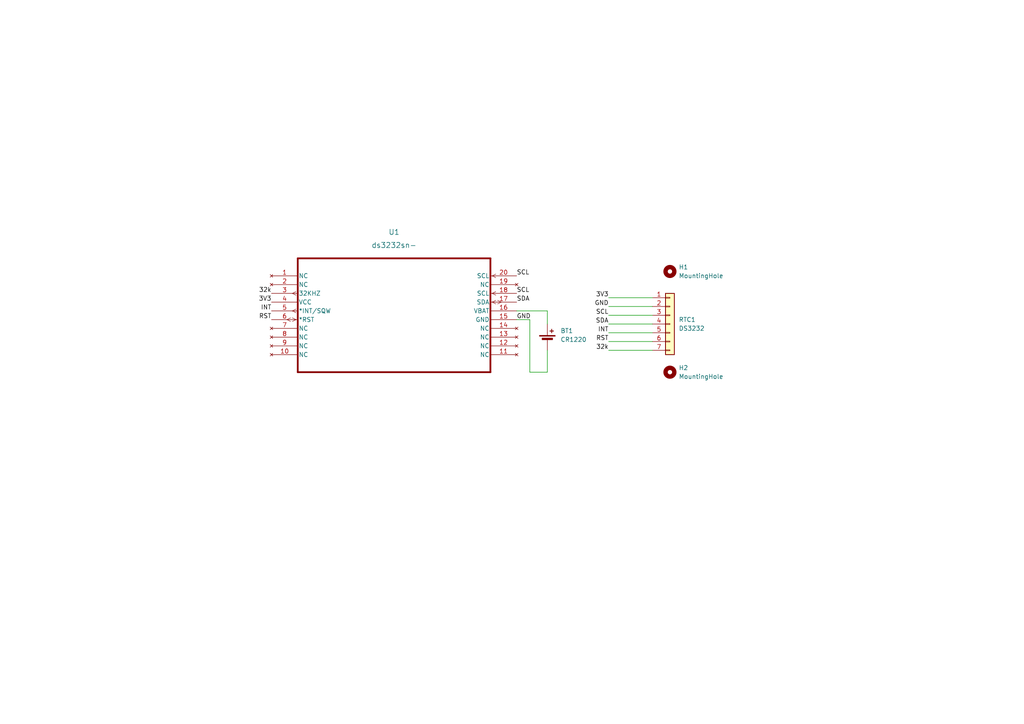
<source format=kicad_sch>
(kicad_sch (version 20250114) (generator "eeschema") (generator_version "9.0")
  (paper "A4")
  (lib_symbols
    (symbol "Mechanical:MountingHole" (pin_names (offset 1.016)) (in_bom no)
      (property "Reference" "H" (at 0 5.08 0))
      (property "Value" "MountingHole" (at 0 3.175 0))
      (symbol "MountingHole_0_1"
        (circle (center 0 0) (radius 1.27) (stroke (width 1.27)))
      )
    )
    (symbol "ds3232:Battery_Cell" (pin_numbers (hide yes)) (pin_names (offset 0) (hide yes))
      (property "Reference" "BT" (at 2.54 2.54 0))
      (property "Value" "Battery_Cell" (at 2.54 0 0))
      (symbol "Battery_Cell_0_1"
        (rectangle (start -2.286 1.778) (end 2.286 1.524) (fill (type outline)))
        (rectangle (start -1.524 1.016) (end 1.524 0.508) (fill (type outline)))
        (polyline (pts (xy 0 1.778) (xy 0 2.54)))
        (polyline (pts (xy 0 0.762) (xy 0 0)))
        (polyline (pts (xy 0.762 3.048) (xy 1.778 3.048)) (stroke (width 0.254)))
        (polyline (pts (xy 1.27 3.556) (xy 1.27 2.54)) (stroke (width 0.254)))
      )
      (symbol "Battery_Cell_1_1"
        (pin passive line (at 0 5.08 270) (length 2.54) (name "+") (number "1"))
        (pin passive line (at 0 -2.54 90) (length 2.54) (name "-") (number "2"))
      )
    )
    (symbol "ds3232:Conn_01x07" (pin_names (offset 1.016) (hide yes))
      (property "Reference" "J" (at 0 10.16 0))
      (property "Value" "Conn_01x07" (at 0 -10.16 0))
      (symbol "Conn_01x07_1_1"
        (rectangle (start -1.27 8.89) (end 1.27 -8.89) (stroke (width 0.254)) (fill (type background)))
        (rectangle (start -1.27 7.747) (end 0 7.493) (stroke (width 0.1524)))
        (rectangle (start -1.27 5.207) (end 0 4.953) (stroke (width 0.1524)))
        (rectangle (start -1.27 2.667) (end 0 2.413) (stroke (width 0.1524)))
        (rectangle (start -1.27 0.127) (end 0 -0.127) (stroke (width 0.1524)))
        (rectangle (start -1.27 -2.413) (end 0 -2.667) (stroke (width 0.1524)))
        (rectangle (start -1.27 -4.953) (end 0 -5.207) (stroke (width 0.1524)))
        (rectangle (start -1.27 -7.493) (end 0 -7.747) (stroke (width 0.1524)))
        (pin passive line (at -5.08 7.62 0) (length 3.81) (name "Pin_1") (number "1"))
        (pin passive line (at -5.08 5.08 0) (length 3.81) (name "Pin_2") (number "2"))
        (pin passive line (at -5.08 2.54 0) (length 3.81) (name "Pin_3") (number "3"))
        (pin passive line (at -5.08 0 0) (length 3.81) (name "Pin_4") (number "4"))
        (pin passive line (at -5.08 -2.54 0) (length 3.81) (name "Pin_5") (number "5"))
        (pin passive line (at -5.08 -5.08 0) (length 3.81) (name "Pin_6") (number "6"))
        (pin passive line (at -5.08 -7.62 0) (length 3.81) (name "Pin_7") (number "7"))
      )
    )
    (symbol "ds3232:ds3232sn-" (pin_names (offset 0.254))
      (property "Reference" "U" (at 35.56 10.16 0))
      (property "Value" "ds3232sn-" (at 35.56 7.62 0))
      (symbol "ds3232sn-_0_1"
        (polyline (pts (xy 5.5372 -12.1793) (xy 4.4958 -12.7)) (stroke (width 0.127)))
        (polyline (pts (xy 5.5372 -13.2207) (xy 4.4958 -12.7)) (stroke (width 0.127)))
        (polyline (pts (xy 7.0993 -4.5593) (xy 6.0579 -5.08)) (stroke (width 0.127)))
        (polyline (pts (xy 7.0993 -5.6007) (xy 6.0579 -5.08)) (stroke (width 0.127)))
        (polyline (pts (xy 7.0993 -9.6393) (xy 6.0579 -10.16)) (stroke (width 0.127)))
        (polyline (pts (xy 7.0993 -10.6807) (xy 6.0579 -10.16)) (stroke (width 0.127)))
        (polyline (pts (xy 7.0993 -12.7) (xy 6.0579 -12.1793)) (stroke (width 0.127)))
        (polyline (pts (xy 7.0993 -12.7) (xy 6.0579 -13.2207)) (stroke (width 0.127)))
        (polyline (pts (xy 64.0207 0) (xy 65.0621 0.5207)) (stroke (width 0.127)))
        (polyline (pts (xy 64.0207 0) (xy 65.0621 -0.5207)) (stroke (width 0.127)))
        (polyline (pts (xy 64.0207 -5.08) (xy 65.0621 -4.5593)) (stroke (width 0.127)))
        (polyline (pts (xy 64.0207 -5.08) (xy 65.0621 -5.6007)) (stroke (width 0.127)))
        (polyline (pts (xy 64.0207 -7.62) (xy 65.0621 -7.0993)) (stroke (width 0.127)))
        (polyline (pts (xy 64.0207 -7.62) (xy 65.0621 -8.1407)) (stroke (width 0.127)))
        (polyline (pts (xy 65.5828 -7.0993) (xy 66.6242 -7.62)) (stroke (width 0.127)))
        (polyline (pts (xy 65.5828 -8.1407) (xy 66.6242 -7.62)) (stroke (width 0.127)))
        (pin no_connect line (at 0 0 0) (length 7.62) (name "NC") (number "1"))
        (pin no_connect line (at 0 -2.54 0) (length 7.62) (name "NC") (number "2"))
        (pin output line (at 0 -5.08 0) (length 7.62) (name "32KHZ") (number "3"))
        (pin power_in line (at 0 -7.62 0) (length 7.62) (name "VCC") (number "4"))
        (pin output line (at 0 -10.16 0) (length 7.62) (name "*INT/SQW") (number "5"))
        (pin bidirectional line (at 0 -12.7 0) (length 7.62) (name "*RST") (number "6"))
        (pin no_connect line (at 0 -15.24 0) (length 7.62) (name "NC") (number "7"))
        (pin no_connect line (at 0 -17.78 0) (length 7.62) (name "NC") (number "8"))
        (pin no_connect line (at 0 -20.32 0) (length 7.62) (name "NC") (number "9"))
        (pin no_connect line (at 0 -22.86 0) (length 7.62) (name "NC") (number "10"))
        (pin input line (at 71.12 0 180) (length 7.62) (name "SCL") (number "20"))
        (pin no_connect line (at 71.12 -2.54 180) (length 7.62) (name "NC") (number "19"))
        (pin input line (at 71.12 -5.08 180) (length 7.62) (name "SCL") (number "18"))
        (pin bidirectional line (at 71.12 -7.62 180) (length 7.62) (name "SDA") (number "17"))
        (pin power_in line (at 71.12 -10.16 180) (length 7.62) (name "VBAT") (number "16"))
        (pin power_in line (at 71.12 -12.7 180) (length 7.62) (name "GND") (number "15"))
        (pin no_connect line (at 71.12 -15.24 180) (length 7.62) (name "NC") (number "14"))
        (pin no_connect line (at 71.12 -17.78 180) (length 7.62) (name "NC") (number "13"))
        (pin no_connect line (at 71.12 -20.32 180) (length 7.62) (name "NC") (number "12"))
        (pin no_connect line (at 71.12 -22.86 180) (length 7.62) (name "NC") (number "11"))
      )
      (symbol "ds3232sn-_1_1"
        (polyline (pts (xy 7.62 5.08) (xy 7.62 -27.94)) (stroke (width 0.508)))
        (polyline (pts (xy 7.62 -27.94) (xy 63.5 -27.94)) (stroke (width 0.508)))
        (polyline (pts (xy 63.5 5.08) (xy 7.62 5.08)) (stroke (width 0.508)))
        (polyline (pts (xy 63.5 -27.94) (xy 63.5 5.08)) (stroke (width 0.508)))
      )
    )
  )
  (wire (pts (xy 176.53 91.44) (xy 189.23 91.44)))
  (wire (pts (xy 158.75 90.17) (xy 158.75 93.98)))
  (wire (pts (xy 149.86 90.17) (xy 158.75 90.17)))
  (wire (pts (xy 176.53 88.9) (xy 189.23 88.9)))
  (wire (pts (xy 176.53 101.6) (xy 189.23 101.6)))
  (wire (pts (xy 153.67 92.71) (xy 149.86 92.71)))
  (wire (pts (xy 176.53 93.98) (xy 189.23 93.98)))
  (wire (pts (xy 176.53 86.36) (xy 189.23 86.36)))
  (wire (pts (xy 153.67 107.95) (xy 153.67 92.71)))
  (wire (pts (xy 158.75 101.6) (xy 158.75 107.95)))
  (wire (pts (xy 176.53 99.06) (xy 189.23 99.06)))
  (wire (pts (xy 158.75 107.95) (xy 153.67 107.95)))
  (wire (pts (xy 176.53 96.52) (xy 189.23 96.52)))
  (label "SCL" (at 149.86 80.01 0))
  (label "3V3" (at 78.74 87.63 180))
  (label "32k" (at 78.74 85.09 180))
  (label "SDA" (at 176.53 93.98 180))
  (label "GND" (at 149.86 92.71 0))
  (label "INT" (at 176.53 96.52 180))
  (label "SCL" (at 149.86 85.09 0))
  (label "RST" (at 78.74 92.71 180))
  (label "GND" (at 176.53 88.9 180))
  (label "SCL" (at 176.53 91.44 180))
  (label "32k" (at 176.53 101.6 180))
  (label "3V3" (at 176.53 86.36 180))
  (label "RST" (at 176.53 99.06 180))
  (label "INT" (at 78.74 90.17 180))
  (label "SDA" (at 149.86 87.63 0))
  (symbol (lib_id "ds3232:Battery_Cell") (at 158.75 99.06 0) (unit 1)
    (property "Reference" "BT1" (at 162.56 95.9485 0) (effects (justify left)))
    (property "Value" "CR1220" (at 162.56 98.4885 0) (effects (justify left)))
    (property "Footprint" "footprints:BAT_1056" (effects (hide yes)))
    (property "Description" "Single-cell battery" (effects (hide yes)))
  )
  (symbol (lib_id "ds3232:Conn_01x07") (at 194.31 93.98 0) (unit 1)
    (property "Reference" "RTC1" (at 196.85 92.71 0) (effects (justify left)))
    (property "Value" "DS3232" (at 196.85 95.25 0) (effects (justify left)))
    (property "Footprint" "Connector_PinHeader_2.54mm:PinHeader_1x07_P2.54mm_Vertical" (effects (hide yes)))
    (property "Description" "Generic connector, single row, 01x07, script generated (kicad-library-utils/schlib/autogen/connector/)" (effects (hide yes)))
  )
  (symbol (lib_id "ds3232:ds3232sn-") (at 78.74 80.01 0) (unit 1)
    (property "Reference" "U1" (at 114.3 67.31 0) (effects (font (size 1.524 1.524))))
    (property "Value" "ds3232sn-" (at 114.3 71.12 0) (effects (font (size 1.524 1.524))))
    (property "Footprint" "footprints:21-0042B_20_MXM-M" (effects (hide yes)))
    (property "Datasheet" "ds3232sn-" (effects (hide yes)))
  )
  (symbol (lib_id "Mechanical:MountingHole") (at 194.31 107.95 0) (unit 1) (in_bom no)
    (property "Reference" "H2" (at 196.85 106.68 0) (effects (justify left)))
    (property "Value" "MountingHole" (at 196.85 109.22 0) (effects (justify left)))
    (property "Footprint" "MountingHole:MountingHole_2.2mm_M2" (effects (hide yes)))
    (property "Description" "Mounting Hole without connection" (effects (hide yes)))
  )
  (symbol (lib_id "Mechanical:MountingHole") (at 194.31 78.74 0) (unit 1) (in_bom no)
    (property "Reference" "H1" (at 196.85 77.47 0) (effects (justify left)))
    (property "Value" "MountingHole" (at 196.85 80.01 0) (effects (justify left)))
    (property "Footprint" "MountingHole:MountingHole_2.2mm_M2" (effects (hide yes)))
    (property "Description" "Mounting Hole without connection" (effects (hide yes)))
  )
)
</source>
